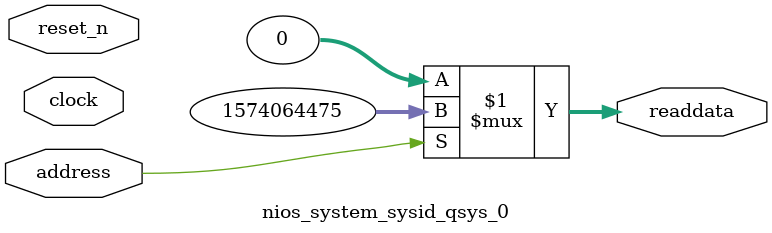
<source format=v>



// synthesis translate_off
`timescale 1ns / 1ps
// synthesis translate_on

// turn off superfluous verilog processor warnings 
// altera message_level Level1 
// altera message_off 10034 10035 10036 10037 10230 10240 10030 

module nios_system_sysid_qsys_0 (
               // inputs:
                address,
                clock,
                reset_n,

               // outputs:
                readdata
             )
;

  output  [ 31: 0] readdata;
  input            address;
  input            clock;
  input            reset_n;

  wire    [ 31: 0] readdata;
  //control_slave, which is an e_avalon_slave
  assign readdata = address ? 1574064475 : 0;

endmodule



</source>
